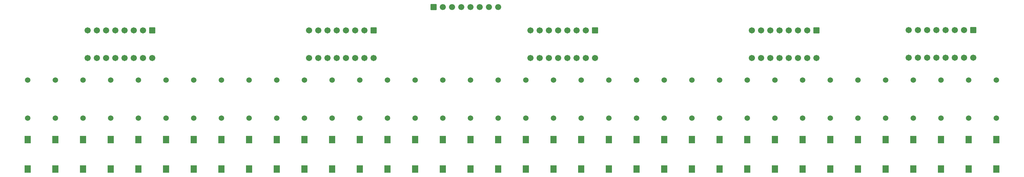
<source format=gts>
G04 Layer: TopSolderMaskLayer*
G04 EasyEDA v6.5.40, 2024-07-10 23:57:15*
G04 cb6e2e9fbd21486d88ae5690d2d3dc00,10*
G04 Gerber Generator version 0.2*
G04 Scale: 100 percent, Rotated: No, Reflected: No *
G04 Dimensions in inches *
G04 leading zeros omitted , absolute positions ,3 integer and 6 decimal *
%FSLAX36Y36*%
%MOIN*%

%AMMACRO1*1,1,$1,$2,$3*1,1,$1,$4,$5*1,1,$1,0-$2,0-$3*1,1,$1,0-$4,0-$5*20,1,$1,$2,$3,$4,$5,0*20,1,$1,$4,$5,0-$2,0-$3,0*20,1,$1,0-$2,0-$3,0-$4,0-$5,0*20,1,$1,0-$4,0-$5,$2,$3,0*4,1,4,$2,$3,$4,$5,0-$2,0-$3,0-$4,0-$5,$2,$3,0*%
%ADD10C,0.0591*%
%ADD11C,0.0670*%
%ADD12MACRO1,0.004X0.0315X0.0315X0.0315X-0.0315*%
%ADD13R,0.0709X0.0788*%
%ADD14MACRO1,0.004X-0.031X0.031X0.031X0.031*%
%ADD15C,0.0660*%
%ADD16C,0.0101*%

%LPD*%
D10*
G01*
X600000Y1493310D03*
G01*
X600000Y1906689D03*
G01*
X900000Y1493310D03*
G01*
X900000Y1906689D03*
G01*
X1200000Y1493310D03*
G01*
X1200000Y1906689D03*
G01*
X1500000Y1493310D03*
G01*
X1500000Y1906689D03*
G01*
X1800000Y1493310D03*
G01*
X1800000Y1906689D03*
G01*
X2100000Y1493310D03*
G01*
X2100000Y1906689D03*
G01*
X2400000Y1493310D03*
G01*
X2400000Y1906689D03*
G01*
X2700000Y1493310D03*
G01*
X2700000Y1906689D03*
G01*
X3000000Y1493310D03*
G01*
X3000000Y1906689D03*
G01*
X3300000Y1493310D03*
G01*
X3300000Y1906689D03*
G01*
X3600000Y1493310D03*
G01*
X3600000Y1906689D03*
G01*
X3900000Y1493310D03*
G01*
X3900000Y1906689D03*
G01*
X4200000Y1493310D03*
G01*
X4200000Y1906689D03*
G01*
X4500000Y1493310D03*
G01*
X4500000Y1906689D03*
G01*
X4800000Y1493310D03*
G01*
X4800000Y1906689D03*
G01*
X5100000Y1493310D03*
G01*
X5100000Y1906689D03*
G01*
X5400000Y1493310D03*
G01*
X5400000Y1906689D03*
G01*
X5700000Y1493310D03*
G01*
X5700000Y1906689D03*
G01*
X6000000Y1493310D03*
G01*
X6000000Y1906689D03*
G01*
X6300000Y1493310D03*
G01*
X6300000Y1906689D03*
G01*
X6600000Y1493310D03*
G01*
X6600000Y1906689D03*
G01*
X6900000Y1493310D03*
G01*
X6900000Y1906689D03*
G01*
X7200000Y1493310D03*
G01*
X7200000Y1906689D03*
G01*
X7500000Y1493310D03*
G01*
X7500000Y1906689D03*
G01*
X7800000Y1493310D03*
G01*
X7800000Y1906689D03*
G01*
X8100000Y1493310D03*
G01*
X8100000Y1906689D03*
G01*
X8400000Y1493310D03*
G01*
X8400000Y1906689D03*
G01*
X8700000Y1493310D03*
G01*
X8700000Y1906689D03*
G01*
X9000000Y1493310D03*
G01*
X9000000Y1906689D03*
G01*
X9300000Y1493310D03*
G01*
X9300000Y1906689D03*
G01*
X9600000Y1493310D03*
G01*
X9600000Y1906689D03*
G01*
X9900000Y1493310D03*
G01*
X9900000Y1906689D03*
D11*
G01*
X1950000Y2145000D03*
G01*
X1850000Y2145000D03*
G01*
X1750000Y2145000D03*
G01*
X1650000Y2145000D03*
G01*
X1550000Y2145000D03*
G01*
X1450000Y2145000D03*
G01*
X1350000Y2145000D03*
G01*
X1250000Y2145000D03*
G01*
X1250000Y2445000D03*
G01*
X1350000Y2445000D03*
G01*
X1450000Y2445000D03*
G01*
X1550000Y2445000D03*
G01*
X1650000Y2445000D03*
G01*
X1750000Y2445000D03*
G01*
X1850000Y2445000D03*
D12*
G01*
X1950003Y2444999D03*
D11*
G01*
X4350000Y2145000D03*
G01*
X4250000Y2145000D03*
G01*
X4150000Y2145000D03*
G01*
X4050000Y2145000D03*
G01*
X3950000Y2145000D03*
G01*
X3850000Y2145000D03*
G01*
X3750000Y2145000D03*
G01*
X3650000Y2145000D03*
G01*
X3650000Y2445000D03*
G01*
X3750000Y2445000D03*
G01*
X3850000Y2445000D03*
G01*
X3950000Y2445000D03*
G01*
X4050000Y2445000D03*
G01*
X4150000Y2445000D03*
G01*
X4250000Y2445000D03*
D12*
G01*
X4350003Y2444999D03*
D11*
G01*
X6750000Y2145000D03*
G01*
X6650000Y2145000D03*
G01*
X6550000Y2145000D03*
G01*
X6450000Y2145000D03*
G01*
X6350000Y2145000D03*
G01*
X6250000Y2145000D03*
G01*
X6150000Y2145000D03*
G01*
X6050000Y2145000D03*
G01*
X6050000Y2445000D03*
G01*
X6150000Y2445000D03*
G01*
X6250000Y2445000D03*
G01*
X6350000Y2445000D03*
G01*
X6450000Y2445000D03*
G01*
X6550000Y2445000D03*
G01*
X6650000Y2445000D03*
D12*
G01*
X6750003Y2444999D03*
D11*
G01*
X9150000Y2145000D03*
G01*
X9050000Y2145000D03*
G01*
X8950000Y2145000D03*
G01*
X8850000Y2145000D03*
G01*
X8750000Y2145000D03*
G01*
X8650000Y2145000D03*
G01*
X8550000Y2145000D03*
G01*
X8450000Y2145000D03*
G01*
X8450000Y2445000D03*
G01*
X8550000Y2445000D03*
G01*
X8650000Y2445000D03*
G01*
X8750000Y2445000D03*
G01*
X8850000Y2445000D03*
G01*
X8950000Y2445000D03*
G01*
X9050000Y2445000D03*
D12*
G01*
X9150003Y2444999D03*
D13*
G01*
X600000Y938580D03*
G01*
X600000Y1261419D03*
G01*
X900000Y938580D03*
G01*
X900000Y1261419D03*
G01*
X1200000Y938580D03*
G01*
X1200000Y1261419D03*
G01*
X1500000Y938580D03*
G01*
X1500000Y1261419D03*
G01*
X1800000Y938580D03*
G01*
X1800000Y1261419D03*
G01*
X2100000Y938580D03*
G01*
X2100000Y1261419D03*
G01*
X2400000Y938580D03*
G01*
X2400000Y1261419D03*
G01*
X2700000Y938580D03*
G01*
X2700000Y1261419D03*
G01*
X3000000Y938580D03*
G01*
X3000000Y1261419D03*
G01*
X3300000Y938580D03*
G01*
X3300000Y1261419D03*
G01*
X3600000Y938580D03*
G01*
X3600000Y1261419D03*
G01*
X3900000Y938580D03*
G01*
X3900000Y1261419D03*
G01*
X4200000Y938580D03*
G01*
X4200000Y1261419D03*
G01*
X4500000Y938580D03*
G01*
X4500000Y1261419D03*
G01*
X4800000Y938580D03*
G01*
X4800000Y1261419D03*
G01*
X5100000Y938580D03*
G01*
X5100000Y1261419D03*
G01*
X5400000Y938580D03*
G01*
X5400000Y1261419D03*
G01*
X5700000Y938580D03*
G01*
X5700000Y1261419D03*
G01*
X6000000Y938580D03*
G01*
X6000000Y1261419D03*
G01*
X6300000Y938580D03*
G01*
X6300000Y1261419D03*
G01*
X6600000Y938580D03*
G01*
X6600000Y1261419D03*
G01*
X6900000Y938580D03*
G01*
X6900000Y1261419D03*
G01*
X7200000Y938580D03*
G01*
X7200000Y1261419D03*
G01*
X7500000Y938580D03*
G01*
X7500000Y1261419D03*
G01*
X7800000Y938580D03*
G01*
X7800000Y1261419D03*
G01*
X8100000Y938580D03*
G01*
X8100000Y1261419D03*
G01*
X8400000Y938580D03*
G01*
X8400000Y1261419D03*
G01*
X8700000Y938580D03*
G01*
X8700000Y1261419D03*
G01*
X9000000Y938580D03*
G01*
X9000000Y1261419D03*
G01*
X9300000Y938580D03*
G01*
X9300000Y1261419D03*
G01*
X9600000Y938580D03*
G01*
X9600000Y1261419D03*
G01*
X9900000Y938580D03*
G01*
X9900000Y1261419D03*
D10*
G01*
X10200000Y1493310D03*
G01*
X10200000Y1906689D03*
G01*
X10500000Y1493310D03*
G01*
X10500000Y1906689D03*
G01*
X10800000Y1493310D03*
G01*
X10800000Y1906689D03*
G01*
X11100000Y1493310D03*
G01*
X11100000Y1906689D03*
D11*
G01*
X10850000Y2150000D03*
G01*
X10750000Y2150000D03*
G01*
X10650000Y2150000D03*
G01*
X10550000Y2150000D03*
G01*
X10450000Y2150000D03*
G01*
X10350000Y2150000D03*
G01*
X10250000Y2150000D03*
G01*
X10150000Y2150000D03*
G01*
X10150000Y2450000D03*
G01*
X10250000Y2450000D03*
G01*
X10350000Y2450000D03*
G01*
X10450000Y2450000D03*
G01*
X10550000Y2450000D03*
G01*
X10650000Y2450000D03*
G01*
X10750000Y2450000D03*
D12*
G01*
X10850003Y2449999D03*
D13*
G01*
X10200000Y938580D03*
G01*
X10200000Y1261419D03*
G01*
X10500000Y938580D03*
G01*
X10500000Y1261419D03*
G01*
X10800000Y938580D03*
G01*
X10800000Y1261419D03*
G01*
X11100000Y938580D03*
G01*
X11100000Y1261419D03*
D14*
G01*
X5000000Y2700000D03*
D15*
G01*
X5100000Y2700000D03*
G01*
X5200000Y2700000D03*
G01*
X5300000Y2700000D03*
G01*
X5400000Y2700000D03*
G01*
X5500000Y2700000D03*
G01*
X5600000Y2700000D03*
G01*
X5700000Y2700000D03*
M02*

</source>
